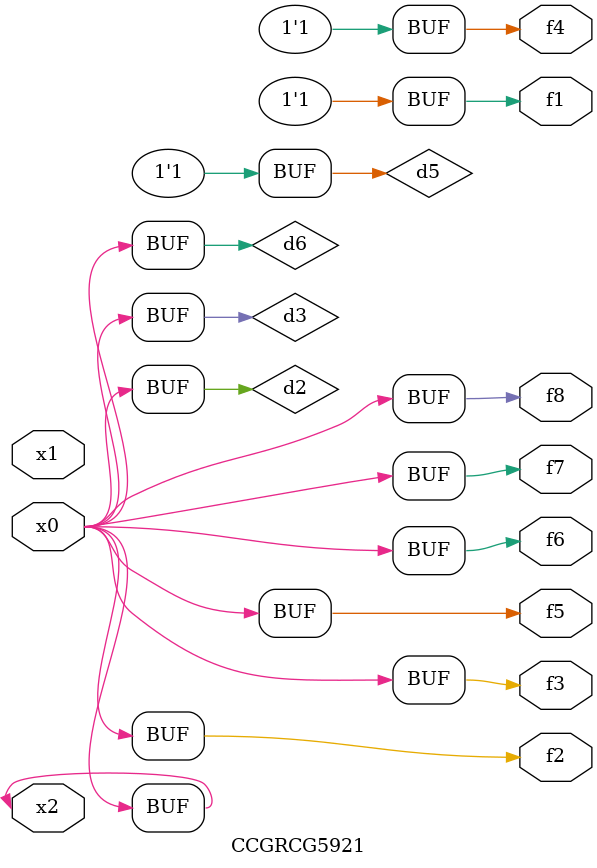
<source format=v>
module CCGRCG5921(
	input x0, x1, x2,
	output f1, f2, f3, f4, f5, f6, f7, f8
);

	wire d1, d2, d3, d4, d5, d6;

	xnor (d1, x2);
	buf (d2, x0, x2);
	and (d3, x0);
	xnor (d4, x1, x2);
	nand (d5, d1, d3);
	buf (d6, d2, d3);
	assign f1 = d5;
	assign f2 = d6;
	assign f3 = d6;
	assign f4 = d5;
	assign f5 = d6;
	assign f6 = d6;
	assign f7 = d6;
	assign f8 = d6;
endmodule

</source>
